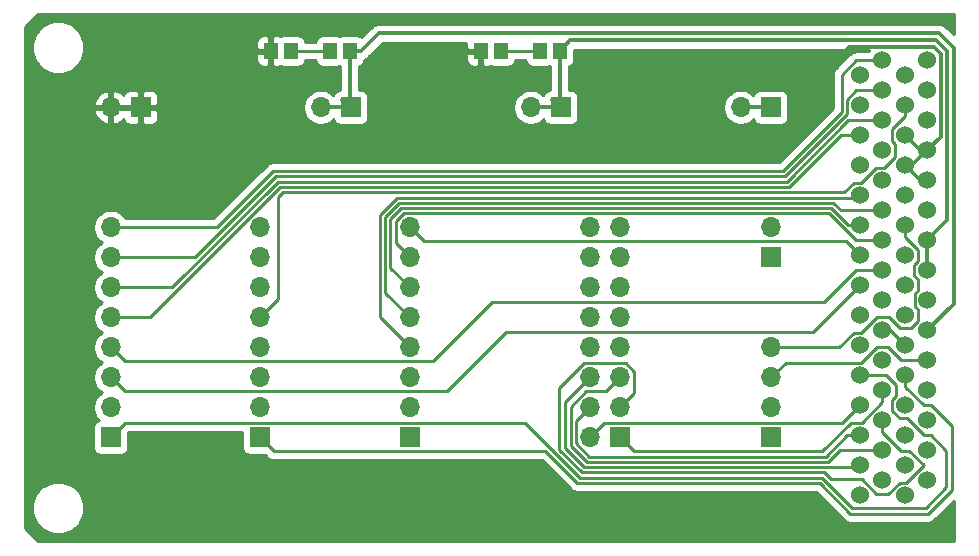
<source format=gtl>
G04 #@! TF.GenerationSoftware,KiCad,Pcbnew,5.1.10-88a1d61d58~88~ubuntu20.10.1*
G04 #@! TF.CreationDate,2021-05-13T17:51:00+02:00*
G04 #@! TF.ProjectId,breakout-board,62726561-6b6f-4757-942d-626f6172642e,1.0*
G04 #@! TF.SameCoordinates,Original*
G04 #@! TF.FileFunction,Copper,L1,Top*
G04 #@! TF.FilePolarity,Positive*
%FSLAX46Y46*%
G04 Gerber Fmt 4.6, Leading zero omitted, Abs format (unit mm)*
G04 Created by KiCad (PCBNEW 5.1.10-88a1d61d58~88~ubuntu20.10.1) date 2021-05-13 17:51:00*
%MOMM*%
%LPD*%
G01*
G04 APERTURE LIST*
G04 #@! TA.AperFunction,SMDPad,CuDef*
%ADD10R,1.150000X1.400000*%
G04 #@! TD*
G04 #@! TA.AperFunction,ComponentPad*
%ADD11O,1.700000X1.700000*%
G04 #@! TD*
G04 #@! TA.AperFunction,ComponentPad*
%ADD12R,1.700000X1.700000*%
G04 #@! TD*
G04 #@! TA.AperFunction,ComponentPad*
%ADD13C,1.524000*%
G04 #@! TD*
G04 #@! TA.AperFunction,Conductor*
%ADD14C,0.250000*%
G04 #@! TD*
G04 #@! TA.AperFunction,Conductor*
%ADD15C,0.350000*%
G04 #@! TD*
G04 #@! TA.AperFunction,Conductor*
%ADD16C,0.254000*%
G04 #@! TD*
G04 #@! TA.AperFunction,Conductor*
%ADD17C,0.150000*%
G04 #@! TD*
G04 APERTURE END LIST*
D10*
X91360000Y-40950000D03*
X89660000Y-40950000D03*
X109140000Y-40950000D03*
X107440000Y-40950000D03*
D11*
X127000000Y-66040000D03*
X127000000Y-68580000D03*
X127000000Y-71120000D03*
D12*
X127000000Y-73660000D03*
X71120000Y-73660000D03*
D11*
X71120000Y-71120000D03*
X71120000Y-68580000D03*
X71120000Y-66040000D03*
X71120000Y-63500000D03*
X71120000Y-60960000D03*
X71120000Y-58420000D03*
X71120000Y-55880000D03*
X83740000Y-55880000D03*
X83740000Y-58420000D03*
X83740000Y-60960000D03*
X83740000Y-63500000D03*
X83740000Y-66040000D03*
X83740000Y-68580000D03*
X83740000Y-71120000D03*
D12*
X83740000Y-73660000D03*
X127000000Y-58420000D03*
D11*
X127000000Y-55880000D03*
D12*
X114220000Y-73660000D03*
D11*
X111680000Y-73660000D03*
X114220000Y-71120000D03*
X111680000Y-71120000D03*
X114220000Y-68580000D03*
X111680000Y-68580000D03*
X114220000Y-66040000D03*
X111680000Y-66040000D03*
X114220000Y-63500000D03*
X111680000Y-63500000D03*
X114220000Y-60960000D03*
X111680000Y-60960000D03*
X114220000Y-58420000D03*
X111680000Y-58420000D03*
X114220000Y-55880000D03*
X111680000Y-55880000D03*
D12*
X96440000Y-73660000D03*
D11*
X96440000Y-71120000D03*
X96440000Y-68580000D03*
X96440000Y-66040000D03*
X96440000Y-63500000D03*
X96440000Y-60960000D03*
X96440000Y-58420000D03*
X96440000Y-55880000D03*
D12*
X127000000Y-45720000D03*
D11*
X124460000Y-45720000D03*
X88900000Y-45720000D03*
D12*
X91440000Y-45720000D03*
D11*
X106680000Y-45720000D03*
D12*
X109220000Y-45720000D03*
X73660000Y-45720000D03*
D11*
X71120000Y-45720000D03*
D13*
X134545000Y-78570000D03*
X136450000Y-77300000D03*
X134545000Y-76030000D03*
X136450000Y-74760000D03*
X134545000Y-73490000D03*
X136450000Y-72220000D03*
X134545000Y-70950000D03*
X136450000Y-69680000D03*
X134545000Y-68410000D03*
X136450000Y-67140000D03*
X134545000Y-65870000D03*
X136450000Y-64600000D03*
X134545000Y-63330000D03*
X136450000Y-62060000D03*
X134545000Y-60790000D03*
X136450000Y-59520000D03*
X134545000Y-58250000D03*
X136450000Y-56980000D03*
X134545000Y-55710000D03*
X136450000Y-54440000D03*
X134545000Y-53170000D03*
X136450000Y-51900000D03*
X134545000Y-50630000D03*
X136450000Y-49360000D03*
X134545000Y-48090000D03*
X136450000Y-46820000D03*
X134545000Y-45550000D03*
X136450000Y-44280000D03*
X134545000Y-43010000D03*
X136450000Y-41740000D03*
X138355000Y-78570000D03*
X140260000Y-77300000D03*
X138355000Y-76030000D03*
X140260000Y-74760000D03*
X138355000Y-73490000D03*
X140260000Y-72220000D03*
X138355000Y-70950000D03*
X140260000Y-69680000D03*
X138355000Y-68410000D03*
X140260000Y-67140000D03*
X138355000Y-65870000D03*
X140260000Y-64600000D03*
X138355000Y-63330000D03*
X140260000Y-62060000D03*
X138355000Y-60790000D03*
X140260000Y-59520000D03*
X138355000Y-58250000D03*
X140260000Y-56980000D03*
X138355000Y-55710000D03*
X140260000Y-54440000D03*
X138355000Y-53170000D03*
X140260000Y-51900000D03*
X138355000Y-50630000D03*
X140260000Y-49360000D03*
X138355000Y-48090000D03*
X140260000Y-46820000D03*
X138355000Y-45550000D03*
X140260000Y-44280000D03*
X138355000Y-43010000D03*
X140260000Y-41740000D03*
D10*
X84660000Y-40950000D03*
X86360000Y-40950000D03*
X104140000Y-40950000D03*
X102440000Y-40950000D03*
D14*
X89660000Y-40950000D02*
X86360000Y-40950000D01*
X107440000Y-40950000D02*
X104140000Y-40950000D01*
D15*
X91360000Y-45107300D02*
X90738000Y-45107300D01*
X91440000Y-45107300D02*
X91360000Y-45107300D01*
X91360000Y-45107300D02*
X91360000Y-42025300D01*
X91360000Y-40950000D02*
X91360000Y-42025300D01*
X91360000Y-40950000D02*
X92310300Y-40950000D01*
X140260000Y-64600000D02*
X142504900Y-62355100D01*
X142504900Y-62355100D02*
X142504900Y-40716600D01*
X142504900Y-40716600D02*
X141249700Y-39461400D01*
X141249700Y-39461400D02*
X93798900Y-39461400D01*
X93798900Y-39461400D02*
X92310300Y-40950000D01*
X91440000Y-45720000D02*
X91440000Y-45107300D01*
X138355000Y-65870000D02*
X137085000Y-64600000D01*
X137085000Y-64600000D02*
X136450000Y-64600000D01*
X88900000Y-45720000D02*
X91440000Y-45720000D01*
X109140000Y-45107300D02*
X108518000Y-45107300D01*
X109220000Y-45107300D02*
X109140000Y-45107300D01*
X109140000Y-45107300D02*
X109140000Y-42025300D01*
X109140000Y-40950000D02*
X109140000Y-42025300D01*
X109220000Y-45720000D02*
X109220000Y-45107300D01*
X106680000Y-45720000D02*
X109220000Y-45720000D01*
X110037012Y-40052988D02*
X141033583Y-40052988D01*
X109140000Y-40950000D02*
X110037012Y-40052988D01*
X141033583Y-40052988D02*
X141953000Y-40972405D01*
X141953000Y-40972405D02*
X141953000Y-55287000D01*
X141953000Y-55287000D02*
X140260000Y-56980000D01*
X140260000Y-56980000D02*
X140260000Y-59520000D01*
X139625000Y-51900000D02*
X138355000Y-50630000D01*
X140260000Y-51900000D02*
X139625000Y-51900000D01*
X138990000Y-50630000D02*
X140260000Y-49360000D01*
X138355000Y-50630000D02*
X138990000Y-50630000D01*
X139625000Y-49360000D02*
X138355000Y-48090000D01*
X140260000Y-49360000D02*
X139625000Y-49360000D01*
X104160000Y-48940000D02*
X102440000Y-47220000D01*
X113160000Y-48940000D02*
X104160000Y-48940000D01*
X131060000Y-43140000D02*
X118960000Y-43140000D01*
X118960000Y-43140000D02*
X113160000Y-48940000D01*
X140805761Y-40602999D02*
X133597001Y-40602999D01*
X102440000Y-47220000D02*
X102440000Y-40950000D01*
X141397001Y-41194239D02*
X140805761Y-40602999D01*
X141397001Y-48222999D02*
X141397001Y-41194239D01*
X133597001Y-40602999D02*
X131060000Y-43140000D01*
X140260000Y-49360000D02*
X141397001Y-48222999D01*
X124460000Y-45720000D02*
X127000000Y-45720000D01*
D14*
X138355000Y-56662500D02*
X138355000Y-55710000D01*
X139489600Y-57797100D02*
X138355000Y-56662500D01*
X139489600Y-58702900D02*
X139489600Y-57797100D01*
X139093400Y-59099100D02*
X139489600Y-58702900D01*
X139093400Y-59940900D02*
X139093400Y-59099100D01*
X139488500Y-60336000D02*
X139093400Y-59940900D01*
X127000000Y-66040000D02*
X132766238Y-66040000D01*
X134679401Y-64782999D02*
X135972800Y-63489600D01*
X139172700Y-61510200D02*
X139488500Y-61194400D01*
X132766238Y-66040000D02*
X134023239Y-64782999D01*
X134023239Y-64782999D02*
X134679401Y-64782999D01*
X139452100Y-62839600D02*
X139172700Y-62560200D01*
X138855400Y-64440600D02*
X139452100Y-63843900D01*
X135972800Y-63489600D02*
X136976900Y-63489600D01*
X136976900Y-63489600D02*
X137927900Y-64440600D01*
X137927900Y-64440600D02*
X138855400Y-64440600D01*
X139452100Y-63843900D02*
X139452100Y-62839600D01*
X139172700Y-62560200D02*
X139172700Y-61510200D01*
X139488500Y-61194400D02*
X139488500Y-60336000D01*
X136933200Y-66035800D02*
X138037400Y-67140000D01*
X135966600Y-66035800D02*
X136933200Y-66035800D01*
X134679401Y-67322999D02*
X135966600Y-66035800D01*
X138037400Y-67140000D02*
X140260000Y-67140000D01*
X128257001Y-67322999D02*
X134679401Y-67322999D01*
X127000000Y-68580000D02*
X128257001Y-67322999D01*
X139942400Y-73490000D02*
X140529700Y-73490000D01*
X141868600Y-74828900D02*
X141868600Y-77904300D01*
X140105900Y-79667000D02*
X133903410Y-79667000D01*
X134545000Y-68410000D02*
X136767500Y-68410000D01*
X131321467Y-77085056D02*
X110821466Y-77085056D01*
X110821466Y-77085056D02*
X106221110Y-72484700D01*
X106221110Y-72484700D02*
X72295300Y-72484700D01*
X138513000Y-72060600D02*
X139942400Y-73490000D01*
X133903410Y-79667000D02*
X131321467Y-77085056D01*
X72295300Y-72484700D02*
X71120000Y-73660000D01*
X140529700Y-73490000D02*
X141868600Y-74828900D01*
X137581100Y-69223600D02*
X137581100Y-70136400D01*
X137927800Y-72060600D02*
X138513000Y-72060600D01*
X137256800Y-70460700D02*
X137256800Y-71389600D01*
X137581100Y-70136400D02*
X137256800Y-70460700D01*
X136767500Y-68410000D02*
X137581100Y-69223600D01*
X141868600Y-77904300D02*
X140105900Y-79667000D01*
X137256800Y-71389600D02*
X137927800Y-72060600D01*
X99627000Y-69755300D02*
X104612300Y-64770000D01*
X71120000Y-68580000D02*
X72295300Y-69755300D01*
X104612300Y-64770000D02*
X130565000Y-64770000D01*
X130565000Y-64770000D02*
X134545000Y-60790000D01*
X72295300Y-69755300D02*
X99627000Y-69755300D01*
X72295300Y-67215300D02*
X71120000Y-66040000D01*
X103428600Y-62230000D02*
X98443300Y-67215300D01*
X131496238Y-62230000D02*
X103428600Y-62230000D01*
X98443300Y-67215300D02*
X72295300Y-67215300D01*
X134206238Y-59520000D02*
X131496238Y-62230000D01*
X136450000Y-59520000D02*
X134206238Y-59520000D01*
X128554289Y-52454944D02*
X85454288Y-52454944D01*
X74409232Y-63500000D02*
X71120000Y-63500000D01*
X85454288Y-52454944D02*
X74409232Y-63500000D01*
X132919233Y-48090000D02*
X128554289Y-52454944D01*
X134545000Y-48090000D02*
X132919233Y-48090000D01*
X76312821Y-60960000D02*
X71120000Y-60960000D01*
X85267888Y-52004933D02*
X76312821Y-60960000D01*
X133552822Y-46820000D02*
X128367889Y-52004933D01*
X128367889Y-52004933D02*
X85267888Y-52004933D01*
X136450000Y-46820000D02*
X133552822Y-46820000D01*
X133457999Y-45078412D02*
X134256411Y-44280000D01*
X128181489Y-51554922D02*
X133457999Y-46278412D01*
X134256411Y-44280000D02*
X136450000Y-44280000D01*
X133457999Y-46278412D02*
X133457999Y-45078412D01*
X78216410Y-58420000D02*
X85081488Y-51554922D01*
X85081488Y-51554922D02*
X128181489Y-51554922D01*
X71120000Y-58420000D02*
X78216410Y-58420000D01*
X84895088Y-51104911D02*
X127995089Y-51104911D01*
X71120000Y-55880000D02*
X80120000Y-55880000D01*
X80120000Y-55880000D02*
X84895088Y-51104911D01*
X127995089Y-51104911D02*
X133007988Y-46092012D01*
X133007988Y-42938250D02*
X133007988Y-46092012D01*
X134206238Y-41740000D02*
X133007988Y-42938250D01*
X136450000Y-41740000D02*
X134206238Y-41740000D01*
X83740000Y-63500000D02*
X85260000Y-61980000D01*
X85260000Y-61980000D02*
X85260000Y-53340000D01*
X136605763Y-50812999D02*
X137537001Y-49881761D01*
X135928239Y-50812999D02*
X136605763Y-50812999D01*
X85260000Y-53340000D02*
X85695045Y-52904955D01*
X137267999Y-48569237D02*
X137267999Y-47568239D01*
X85695045Y-52904955D02*
X133195045Y-52904955D01*
X133195045Y-52904955D02*
X134017001Y-52082999D01*
X137267999Y-47568239D02*
X138355000Y-46481238D01*
X134017001Y-52082999D02*
X134658239Y-52082999D01*
X134658239Y-52082999D02*
X135928239Y-50812999D01*
X137537001Y-49881761D02*
X137537001Y-48838239D01*
X138355000Y-46481238D02*
X138355000Y-45550000D01*
X137537001Y-48838239D02*
X137267999Y-48569237D01*
X107900000Y-74800000D02*
X107864999Y-74835001D01*
X131135067Y-77535067D02*
X110635065Y-77535065D01*
X133732100Y-80132100D02*
X131135067Y-77535067D01*
X140277700Y-80132100D02*
X133732100Y-80132100D01*
X107864999Y-74835001D02*
X84915001Y-74835001D01*
X142319100Y-78090700D02*
X140277700Y-80132100D01*
X142319100Y-72711900D02*
X142319100Y-78090700D01*
X140557200Y-70950000D02*
X142319100Y-72711900D01*
X84915001Y-74835001D02*
X83740000Y-73660000D01*
X139942500Y-70950000D02*
X140557200Y-70950000D01*
X110635065Y-77535065D02*
X107900000Y-74800000D01*
X138355000Y-69362500D02*
X139942500Y-70950000D01*
X138355000Y-68410000D02*
X138355000Y-69362500D01*
X131365021Y-74835001D02*
X115395001Y-74835001D01*
X136450000Y-70653762D02*
X134700763Y-72402999D01*
X115395001Y-74835001D02*
X114220000Y-73660000D01*
X133797023Y-72402999D02*
X131365021Y-74835001D01*
X134700763Y-72402999D02*
X133797023Y-72402999D01*
X136450000Y-69680000D02*
X136450000Y-70653762D01*
X134545000Y-70950000D02*
X133010001Y-72484999D01*
X112855001Y-72484999D02*
X111680000Y-73660000D01*
X133010001Y-72484999D02*
X112855001Y-72484999D01*
X115395300Y-69944700D02*
X114220000Y-71120000D01*
X138489700Y-77482700D02*
X137904600Y-77482700D01*
X136450000Y-72220000D02*
X136450000Y-73172500D01*
X111187100Y-67399900D02*
X114703700Y-67399900D01*
X138698300Y-74785900D02*
X139942400Y-76030000D01*
X111007865Y-76635045D02*
X109096200Y-74723380D01*
X109096200Y-69490800D02*
X111187100Y-67399900D01*
X138063400Y-74785900D02*
X138698300Y-74785900D01*
X109096200Y-74723380D02*
X109096200Y-69490800D01*
X137904600Y-77482700D02*
X136955800Y-78431500D01*
X136955800Y-78431500D02*
X135944400Y-78431500D01*
X131507867Y-76635045D02*
X111007865Y-76635045D01*
X132072800Y-77199978D02*
X131507867Y-76635045D01*
X136450000Y-73172500D02*
X138063400Y-74785900D01*
X134712878Y-77199978D02*
X132072800Y-77199978D01*
X135944400Y-78431500D02*
X134712878Y-77199978D01*
X114703700Y-67399900D02*
X115395300Y-68091500D01*
X139942400Y-76030000D02*
X138489700Y-77482700D01*
X115395300Y-68091500D02*
X115395300Y-69944700D01*
X110504700Y-72295300D02*
X111680000Y-71120000D01*
X134545000Y-73490000D02*
X133467370Y-73490000D01*
X110504700Y-74165600D02*
X110504700Y-72295300D01*
X133467370Y-73490000D02*
X131672358Y-75285012D01*
X111624112Y-75285012D02*
X110504700Y-74165600D01*
X131672358Y-75285012D02*
X111624112Y-75285012D01*
X131880667Y-75735023D02*
X111417023Y-75735023D01*
X132855690Y-74760000D02*
X131880667Y-75735023D01*
X110049900Y-71083700D02*
X111378300Y-69755300D01*
X111417023Y-75735023D02*
X110049900Y-74367900D01*
X111378300Y-69755300D02*
X113044700Y-69755300D01*
X113044700Y-69755300D02*
X114220000Y-68580000D01*
X110049900Y-74367900D02*
X110049900Y-71083700D01*
X136450000Y-74760000D02*
X132855690Y-74760000D01*
X111194264Y-76185034D02*
X109599500Y-74590270D01*
X109599500Y-74590270D02*
X109599500Y-70660500D01*
X134545000Y-76030000D02*
X134389966Y-76185034D01*
X109599500Y-70660500D02*
X111680000Y-68580000D01*
X134389966Y-76185034D02*
X111194264Y-76185034D01*
X95354034Y-53354966D02*
X93900000Y-54809000D01*
X93900000Y-63500000D02*
X96440000Y-66040000D01*
X134360034Y-53354966D02*
X95354034Y-53354966D01*
X93900000Y-54809000D02*
X93900000Y-63500000D01*
X134545000Y-53170000D02*
X134360034Y-53354966D01*
X94350300Y-54995600D02*
X94350300Y-61410300D01*
X95540923Y-53804977D02*
X94350300Y-54995600D01*
X136450000Y-54440000D02*
X132939059Y-54440000D01*
X132939059Y-54440000D02*
X132304037Y-53804977D01*
X132304037Y-53804977D02*
X95540923Y-53804977D01*
X94350300Y-61410300D02*
X96440000Y-63500000D01*
X94800600Y-55182200D02*
X94800600Y-59320600D01*
X94800600Y-59320600D02*
X96440000Y-60960000D01*
X134545000Y-55710000D02*
X133572649Y-55710000D01*
X95727812Y-54254988D02*
X94800600Y-55182200D01*
X132117637Y-54254988D02*
X95727812Y-54254988D01*
X133572649Y-55710000D02*
X132117637Y-54254988D01*
X95250900Y-55368800D02*
X95250900Y-57230900D01*
X95914701Y-54704999D02*
X95250900Y-55368800D01*
X131931237Y-54704999D02*
X95914701Y-54704999D01*
X134206238Y-56980000D02*
X131931237Y-54704999D01*
X136450000Y-56980000D02*
X134206238Y-56980000D01*
X95250900Y-57230900D02*
X96440000Y-58420000D01*
X97615300Y-57055300D02*
X96440000Y-55880000D01*
X133350300Y-57055300D02*
X97615300Y-57055300D01*
X134545000Y-58250000D02*
X133350300Y-57055300D01*
D16*
X142475000Y-39541188D02*
X141850599Y-38916787D01*
X141825228Y-38885872D01*
X141701889Y-38784651D01*
X141561173Y-38709437D01*
X141408488Y-38663120D01*
X141289491Y-38651400D01*
X141289488Y-38651400D01*
X141249700Y-38647481D01*
X141209912Y-38651400D01*
X93838687Y-38651400D01*
X93798899Y-38647481D01*
X93759111Y-38651400D01*
X93759109Y-38651400D01*
X93640112Y-38663120D01*
X93487427Y-38709437D01*
X93421924Y-38744449D01*
X93346710Y-38784651D01*
X93291110Y-38830281D01*
X93223372Y-38885872D01*
X93198005Y-38916782D01*
X92347621Y-39767167D01*
X92289494Y-39719463D01*
X92179180Y-39660498D01*
X92059482Y-39624188D01*
X91935000Y-39611928D01*
X90785000Y-39611928D01*
X90660518Y-39624188D01*
X90540820Y-39660498D01*
X90510000Y-39676972D01*
X90479180Y-39660498D01*
X90359482Y-39624188D01*
X90235000Y-39611928D01*
X89085000Y-39611928D01*
X88960518Y-39624188D01*
X88840820Y-39660498D01*
X88730506Y-39719463D01*
X88633815Y-39798815D01*
X88554463Y-39895506D01*
X88495498Y-40005820D01*
X88459188Y-40125518D01*
X88452837Y-40190000D01*
X87567163Y-40190000D01*
X87560812Y-40125518D01*
X87524502Y-40005820D01*
X87465537Y-39895506D01*
X87386185Y-39798815D01*
X87289494Y-39719463D01*
X87179180Y-39660498D01*
X87059482Y-39624188D01*
X86935000Y-39611928D01*
X85785000Y-39611928D01*
X85660518Y-39624188D01*
X85540820Y-39660498D01*
X85510000Y-39676972D01*
X85479180Y-39660498D01*
X85359482Y-39624188D01*
X85235000Y-39611928D01*
X84945750Y-39615000D01*
X84787000Y-39773750D01*
X84787000Y-40823000D01*
X84807000Y-40823000D01*
X84807000Y-41077000D01*
X84787000Y-41077000D01*
X84787000Y-42126250D01*
X84945750Y-42285000D01*
X85235000Y-42288072D01*
X85359482Y-42275812D01*
X85479180Y-42239502D01*
X85510000Y-42223028D01*
X85540820Y-42239502D01*
X85660518Y-42275812D01*
X85785000Y-42288072D01*
X86935000Y-42288072D01*
X87059482Y-42275812D01*
X87179180Y-42239502D01*
X87289494Y-42180537D01*
X87386185Y-42101185D01*
X87465537Y-42004494D01*
X87524502Y-41894180D01*
X87560812Y-41774482D01*
X87567163Y-41710000D01*
X88452837Y-41710000D01*
X88459188Y-41774482D01*
X88495498Y-41894180D01*
X88554463Y-42004494D01*
X88633815Y-42101185D01*
X88730506Y-42180537D01*
X88840820Y-42239502D01*
X88960518Y-42275812D01*
X89085000Y-42288072D01*
X90235000Y-42288072D01*
X90359482Y-42275812D01*
X90479180Y-42239502D01*
X90510000Y-42223028D01*
X90540820Y-42239502D01*
X90550001Y-42242287D01*
X90550000Y-44235867D01*
X90465518Y-44244188D01*
X90345820Y-44280498D01*
X90235506Y-44339463D01*
X90138815Y-44418815D01*
X90059463Y-44515506D01*
X90000498Y-44625820D01*
X89978487Y-44698380D01*
X89846632Y-44566525D01*
X89603411Y-44404010D01*
X89333158Y-44292068D01*
X89046260Y-44235000D01*
X88753740Y-44235000D01*
X88466842Y-44292068D01*
X88196589Y-44404010D01*
X87953368Y-44566525D01*
X87746525Y-44773368D01*
X87584010Y-45016589D01*
X87472068Y-45286842D01*
X87415000Y-45573740D01*
X87415000Y-45866260D01*
X87472068Y-46153158D01*
X87584010Y-46423411D01*
X87746525Y-46666632D01*
X87953368Y-46873475D01*
X88196589Y-47035990D01*
X88466842Y-47147932D01*
X88753740Y-47205000D01*
X89046260Y-47205000D01*
X89333158Y-47147932D01*
X89603411Y-47035990D01*
X89846632Y-46873475D01*
X89978487Y-46741620D01*
X90000498Y-46814180D01*
X90059463Y-46924494D01*
X90138815Y-47021185D01*
X90235506Y-47100537D01*
X90345820Y-47159502D01*
X90465518Y-47195812D01*
X90590000Y-47208072D01*
X92290000Y-47208072D01*
X92414482Y-47195812D01*
X92534180Y-47159502D01*
X92644494Y-47100537D01*
X92741185Y-47021185D01*
X92820537Y-46924494D01*
X92879502Y-46814180D01*
X92915812Y-46694482D01*
X92928072Y-46570000D01*
X92928072Y-44870000D01*
X92915812Y-44745518D01*
X92879502Y-44625820D01*
X92820537Y-44515506D01*
X92741185Y-44418815D01*
X92644494Y-44339463D01*
X92534180Y-44280498D01*
X92414482Y-44244188D01*
X92290000Y-44231928D01*
X92170000Y-44231928D01*
X92170000Y-42242287D01*
X92179180Y-42239502D01*
X92289494Y-42180537D01*
X92386185Y-42101185D01*
X92465537Y-42004494D01*
X92524502Y-41894180D01*
X92560812Y-41774482D01*
X92566297Y-41718792D01*
X92621773Y-41701963D01*
X92718989Y-41650000D01*
X101226928Y-41650000D01*
X101239188Y-41774482D01*
X101275498Y-41894180D01*
X101334463Y-42004494D01*
X101413815Y-42101185D01*
X101510506Y-42180537D01*
X101620820Y-42239502D01*
X101740518Y-42275812D01*
X101865000Y-42288072D01*
X102154250Y-42285000D01*
X102313000Y-42126250D01*
X102313000Y-41077000D01*
X101388750Y-41077000D01*
X101230000Y-41235750D01*
X101226928Y-41650000D01*
X92718989Y-41650000D01*
X92762489Y-41626749D01*
X92885828Y-41525528D01*
X92911199Y-41494613D01*
X94134413Y-40271400D01*
X101227087Y-40271400D01*
X101230000Y-40664250D01*
X101388750Y-40823000D01*
X102313000Y-40823000D01*
X102313000Y-40803000D01*
X102567000Y-40803000D01*
X102567000Y-40823000D01*
X102587000Y-40823000D01*
X102587000Y-41077000D01*
X102567000Y-41077000D01*
X102567000Y-42126250D01*
X102725750Y-42285000D01*
X103015000Y-42288072D01*
X103139482Y-42275812D01*
X103259180Y-42239502D01*
X103290000Y-42223028D01*
X103320820Y-42239502D01*
X103440518Y-42275812D01*
X103565000Y-42288072D01*
X104715000Y-42288072D01*
X104839482Y-42275812D01*
X104959180Y-42239502D01*
X105069494Y-42180537D01*
X105166185Y-42101185D01*
X105245537Y-42004494D01*
X105304502Y-41894180D01*
X105340812Y-41774482D01*
X105347163Y-41710000D01*
X106232837Y-41710000D01*
X106239188Y-41774482D01*
X106275498Y-41894180D01*
X106334463Y-42004494D01*
X106413815Y-42101185D01*
X106510506Y-42180537D01*
X106620820Y-42239502D01*
X106740518Y-42275812D01*
X106865000Y-42288072D01*
X108015000Y-42288072D01*
X108139482Y-42275812D01*
X108259180Y-42239502D01*
X108290000Y-42223028D01*
X108320820Y-42239502D01*
X108330001Y-42242287D01*
X108330000Y-44235867D01*
X108245518Y-44244188D01*
X108125820Y-44280498D01*
X108015506Y-44339463D01*
X107918815Y-44418815D01*
X107839463Y-44515506D01*
X107780498Y-44625820D01*
X107758487Y-44698380D01*
X107626632Y-44566525D01*
X107383411Y-44404010D01*
X107113158Y-44292068D01*
X106826260Y-44235000D01*
X106533740Y-44235000D01*
X106246842Y-44292068D01*
X105976589Y-44404010D01*
X105733368Y-44566525D01*
X105526525Y-44773368D01*
X105364010Y-45016589D01*
X105252068Y-45286842D01*
X105195000Y-45573740D01*
X105195000Y-45866260D01*
X105252068Y-46153158D01*
X105364010Y-46423411D01*
X105526525Y-46666632D01*
X105733368Y-46873475D01*
X105976589Y-47035990D01*
X106246842Y-47147932D01*
X106533740Y-47205000D01*
X106826260Y-47205000D01*
X107113158Y-47147932D01*
X107383411Y-47035990D01*
X107626632Y-46873475D01*
X107758487Y-46741620D01*
X107780498Y-46814180D01*
X107839463Y-46924494D01*
X107918815Y-47021185D01*
X108015506Y-47100537D01*
X108125820Y-47159502D01*
X108245518Y-47195812D01*
X108370000Y-47208072D01*
X110070000Y-47208072D01*
X110194482Y-47195812D01*
X110314180Y-47159502D01*
X110424494Y-47100537D01*
X110521185Y-47021185D01*
X110600537Y-46924494D01*
X110659502Y-46814180D01*
X110695812Y-46694482D01*
X110708072Y-46570000D01*
X110708072Y-45573740D01*
X122975000Y-45573740D01*
X122975000Y-45866260D01*
X123032068Y-46153158D01*
X123144010Y-46423411D01*
X123306525Y-46666632D01*
X123513368Y-46873475D01*
X123756589Y-47035990D01*
X124026842Y-47147932D01*
X124313740Y-47205000D01*
X124606260Y-47205000D01*
X124893158Y-47147932D01*
X125163411Y-47035990D01*
X125406632Y-46873475D01*
X125538487Y-46741620D01*
X125560498Y-46814180D01*
X125619463Y-46924494D01*
X125698815Y-47021185D01*
X125795506Y-47100537D01*
X125905820Y-47159502D01*
X126025518Y-47195812D01*
X126150000Y-47208072D01*
X127850000Y-47208072D01*
X127974482Y-47195812D01*
X128094180Y-47159502D01*
X128204494Y-47100537D01*
X128301185Y-47021185D01*
X128380537Y-46924494D01*
X128439502Y-46814180D01*
X128475812Y-46694482D01*
X128488072Y-46570000D01*
X128488072Y-44870000D01*
X128475812Y-44745518D01*
X128439502Y-44625820D01*
X128380537Y-44515506D01*
X128301185Y-44418815D01*
X128204494Y-44339463D01*
X128094180Y-44280498D01*
X127974482Y-44244188D01*
X127850000Y-44231928D01*
X126150000Y-44231928D01*
X126025518Y-44244188D01*
X125905820Y-44280498D01*
X125795506Y-44339463D01*
X125698815Y-44418815D01*
X125619463Y-44515506D01*
X125560498Y-44625820D01*
X125538487Y-44698380D01*
X125406632Y-44566525D01*
X125163411Y-44404010D01*
X124893158Y-44292068D01*
X124606260Y-44235000D01*
X124313740Y-44235000D01*
X124026842Y-44292068D01*
X123756589Y-44404010D01*
X123513368Y-44566525D01*
X123306525Y-44773368D01*
X123144010Y-45016589D01*
X123032068Y-45286842D01*
X122975000Y-45573740D01*
X110708072Y-45573740D01*
X110708072Y-44870000D01*
X110695812Y-44745518D01*
X110659502Y-44625820D01*
X110600537Y-44515506D01*
X110521185Y-44418815D01*
X110424494Y-44339463D01*
X110314180Y-44280498D01*
X110194482Y-44244188D01*
X110070000Y-44231928D01*
X109950000Y-44231928D01*
X109950000Y-42242287D01*
X109959180Y-42239502D01*
X110069494Y-42180537D01*
X110166185Y-42101185D01*
X110245537Y-42004494D01*
X110304502Y-41894180D01*
X110340812Y-41774482D01*
X110353072Y-41650000D01*
X110353072Y-40882441D01*
X110372525Y-40862988D01*
X135355844Y-40862988D01*
X135277659Y-40980000D01*
X134243560Y-40980000D01*
X134206237Y-40976324D01*
X134168914Y-40980000D01*
X134168905Y-40980000D01*
X134057252Y-40990997D01*
X133913991Y-41034454D01*
X133781962Y-41105026D01*
X133781960Y-41105027D01*
X133781961Y-41105027D01*
X133695234Y-41176201D01*
X133695230Y-41176205D01*
X133666237Y-41199999D01*
X133642443Y-41228992D01*
X132496990Y-42374447D01*
X132467987Y-42398249D01*
X132429172Y-42445546D01*
X132373014Y-42513974D01*
X132326589Y-42600828D01*
X132302442Y-42646004D01*
X132258985Y-42789265D01*
X132247988Y-42900918D01*
X132247988Y-42900928D01*
X132244312Y-42938250D01*
X132247988Y-42975573D01*
X132247989Y-45777209D01*
X127680288Y-50344911D01*
X84932410Y-50344911D01*
X84895087Y-50341235D01*
X84857764Y-50344911D01*
X84857755Y-50344911D01*
X84746102Y-50355908D01*
X84624599Y-50392765D01*
X84602841Y-50399365D01*
X84470811Y-50469937D01*
X84408892Y-50520753D01*
X84355087Y-50564910D01*
X84331289Y-50593908D01*
X79805199Y-55120000D01*
X72398178Y-55120000D01*
X72273475Y-54933368D01*
X72066632Y-54726525D01*
X71823411Y-54564010D01*
X71553158Y-54452068D01*
X71266260Y-54395000D01*
X70973740Y-54395000D01*
X70686842Y-54452068D01*
X70416589Y-54564010D01*
X70173368Y-54726525D01*
X69966525Y-54933368D01*
X69804010Y-55176589D01*
X69692068Y-55446842D01*
X69635000Y-55733740D01*
X69635000Y-56026260D01*
X69692068Y-56313158D01*
X69804010Y-56583411D01*
X69966525Y-56826632D01*
X70173368Y-57033475D01*
X70347760Y-57150000D01*
X70173368Y-57266525D01*
X69966525Y-57473368D01*
X69804010Y-57716589D01*
X69692068Y-57986842D01*
X69635000Y-58273740D01*
X69635000Y-58566260D01*
X69692068Y-58853158D01*
X69804010Y-59123411D01*
X69966525Y-59366632D01*
X70173368Y-59573475D01*
X70347760Y-59690000D01*
X70173368Y-59806525D01*
X69966525Y-60013368D01*
X69804010Y-60256589D01*
X69692068Y-60526842D01*
X69635000Y-60813740D01*
X69635000Y-61106260D01*
X69692068Y-61393158D01*
X69804010Y-61663411D01*
X69966525Y-61906632D01*
X70173368Y-62113475D01*
X70347760Y-62230000D01*
X70173368Y-62346525D01*
X69966525Y-62553368D01*
X69804010Y-62796589D01*
X69692068Y-63066842D01*
X69635000Y-63353740D01*
X69635000Y-63646260D01*
X69692068Y-63933158D01*
X69804010Y-64203411D01*
X69966525Y-64446632D01*
X70173368Y-64653475D01*
X70347760Y-64770000D01*
X70173368Y-64886525D01*
X69966525Y-65093368D01*
X69804010Y-65336589D01*
X69692068Y-65606842D01*
X69635000Y-65893740D01*
X69635000Y-66186260D01*
X69692068Y-66473158D01*
X69804010Y-66743411D01*
X69966525Y-66986632D01*
X70173368Y-67193475D01*
X70347760Y-67310000D01*
X70173368Y-67426525D01*
X69966525Y-67633368D01*
X69804010Y-67876589D01*
X69692068Y-68146842D01*
X69635000Y-68433740D01*
X69635000Y-68726260D01*
X69692068Y-69013158D01*
X69804010Y-69283411D01*
X69966525Y-69526632D01*
X70173368Y-69733475D01*
X70347760Y-69850000D01*
X70173368Y-69966525D01*
X69966525Y-70173368D01*
X69804010Y-70416589D01*
X69692068Y-70686842D01*
X69635000Y-70973740D01*
X69635000Y-71266260D01*
X69692068Y-71553158D01*
X69804010Y-71823411D01*
X69966525Y-72066632D01*
X70098380Y-72198487D01*
X70025820Y-72220498D01*
X69915506Y-72279463D01*
X69818815Y-72358815D01*
X69739463Y-72455506D01*
X69680498Y-72565820D01*
X69644188Y-72685518D01*
X69631928Y-72810000D01*
X69631928Y-74510000D01*
X69644188Y-74634482D01*
X69680498Y-74754180D01*
X69739463Y-74864494D01*
X69818815Y-74961185D01*
X69915506Y-75040537D01*
X70025820Y-75099502D01*
X70145518Y-75135812D01*
X70270000Y-75148072D01*
X71970000Y-75148072D01*
X72094482Y-75135812D01*
X72214180Y-75099502D01*
X72324494Y-75040537D01*
X72421185Y-74961185D01*
X72500537Y-74864494D01*
X72559502Y-74754180D01*
X72595812Y-74634482D01*
X72608072Y-74510000D01*
X72608072Y-73246730D01*
X72610102Y-73244700D01*
X82251928Y-73244700D01*
X82251928Y-74510000D01*
X82264188Y-74634482D01*
X82300498Y-74754180D01*
X82359463Y-74864494D01*
X82438815Y-74961185D01*
X82535506Y-75040537D01*
X82645820Y-75099502D01*
X82765518Y-75135812D01*
X82890000Y-75148072D01*
X84153270Y-75148072D01*
X84351202Y-75346004D01*
X84375000Y-75375002D01*
X84490725Y-75469975D01*
X84622754Y-75540547D01*
X84766015Y-75584004D01*
X84877668Y-75595001D01*
X84877677Y-75595001D01*
X84915000Y-75598677D01*
X84952323Y-75595001D01*
X107620200Y-75595001D01*
X110071270Y-78046072D01*
X110095064Y-78075065D01*
X110124057Y-78098859D01*
X110124062Y-78098864D01*
X110210788Y-78170039D01*
X110342818Y-78240611D01*
X110486079Y-78284067D01*
X110635064Y-78298741D01*
X110672397Y-78295064D01*
X130820266Y-78295067D01*
X133168301Y-80643103D01*
X133192099Y-80672101D01*
X133307824Y-80767074D01*
X133439853Y-80837646D01*
X133583114Y-80881103D01*
X133694767Y-80892100D01*
X133694776Y-80892100D01*
X133732099Y-80895776D01*
X133769422Y-80892100D01*
X140240378Y-80892100D01*
X140277700Y-80895776D01*
X140315022Y-80892100D01*
X140315033Y-80892100D01*
X140426686Y-80881103D01*
X140569947Y-80837646D01*
X140701976Y-80767074D01*
X140817701Y-80672101D01*
X140841504Y-80643097D01*
X142475001Y-79009601D01*
X142475001Y-82455000D01*
X64943736Y-82455000D01*
X63845000Y-81356264D01*
X63845000Y-79419872D01*
X64425000Y-79419872D01*
X64425000Y-79860128D01*
X64510890Y-80291925D01*
X64679369Y-80698669D01*
X64923962Y-81064729D01*
X65235271Y-81376038D01*
X65601331Y-81620631D01*
X66008075Y-81789110D01*
X66439872Y-81875000D01*
X66880128Y-81875000D01*
X67311925Y-81789110D01*
X67718669Y-81620631D01*
X68084729Y-81376038D01*
X68396038Y-81064729D01*
X68640631Y-80698669D01*
X68809110Y-80291925D01*
X68895000Y-79860128D01*
X68895000Y-79419872D01*
X68809110Y-78988075D01*
X68640631Y-78581331D01*
X68396038Y-78215271D01*
X68084729Y-77903962D01*
X67718669Y-77659369D01*
X67311925Y-77490890D01*
X66880128Y-77405000D01*
X66439872Y-77405000D01*
X66008075Y-77490890D01*
X65601331Y-77659369D01*
X65235271Y-77903962D01*
X64923962Y-78215271D01*
X64679369Y-78581331D01*
X64510890Y-78988075D01*
X64425000Y-79419872D01*
X63845000Y-79419872D01*
X63845000Y-46076891D01*
X69678519Y-46076891D01*
X69775843Y-46351252D01*
X69924822Y-46601355D01*
X70119731Y-46817588D01*
X70353080Y-46991641D01*
X70615901Y-47116825D01*
X70763110Y-47161476D01*
X70993000Y-47040155D01*
X70993000Y-45847000D01*
X71247000Y-45847000D01*
X71247000Y-47040155D01*
X71476890Y-47161476D01*
X71624099Y-47116825D01*
X71886920Y-46991641D01*
X72120269Y-46817588D01*
X72196034Y-46733534D01*
X72220498Y-46814180D01*
X72279463Y-46924494D01*
X72358815Y-47021185D01*
X72455506Y-47100537D01*
X72565820Y-47159502D01*
X72685518Y-47195812D01*
X72810000Y-47208072D01*
X73374250Y-47205000D01*
X73533000Y-47046250D01*
X73533000Y-45847000D01*
X73787000Y-45847000D01*
X73787000Y-47046250D01*
X73945750Y-47205000D01*
X74510000Y-47208072D01*
X74634482Y-47195812D01*
X74754180Y-47159502D01*
X74864494Y-47100537D01*
X74961185Y-47021185D01*
X75040537Y-46924494D01*
X75099502Y-46814180D01*
X75135812Y-46694482D01*
X75148072Y-46570000D01*
X75145000Y-46005750D01*
X74986250Y-45847000D01*
X73787000Y-45847000D01*
X73533000Y-45847000D01*
X71247000Y-45847000D01*
X70993000Y-45847000D01*
X69799186Y-45847000D01*
X69678519Y-46076891D01*
X63845000Y-46076891D01*
X63845000Y-45363109D01*
X69678519Y-45363109D01*
X69799186Y-45593000D01*
X70993000Y-45593000D01*
X70993000Y-44399845D01*
X71247000Y-44399845D01*
X71247000Y-45593000D01*
X73533000Y-45593000D01*
X73533000Y-44393750D01*
X73787000Y-44393750D01*
X73787000Y-45593000D01*
X74986250Y-45593000D01*
X75145000Y-45434250D01*
X75148072Y-44870000D01*
X75135812Y-44745518D01*
X75099502Y-44625820D01*
X75040537Y-44515506D01*
X74961185Y-44418815D01*
X74864494Y-44339463D01*
X74754180Y-44280498D01*
X74634482Y-44244188D01*
X74510000Y-44231928D01*
X73945750Y-44235000D01*
X73787000Y-44393750D01*
X73533000Y-44393750D01*
X73374250Y-44235000D01*
X72810000Y-44231928D01*
X72685518Y-44244188D01*
X72565820Y-44280498D01*
X72455506Y-44339463D01*
X72358815Y-44418815D01*
X72279463Y-44515506D01*
X72220498Y-44625820D01*
X72196034Y-44706466D01*
X72120269Y-44622412D01*
X71886920Y-44448359D01*
X71624099Y-44323175D01*
X71476890Y-44278524D01*
X71247000Y-44399845D01*
X70993000Y-44399845D01*
X70763110Y-44278524D01*
X70615901Y-44323175D01*
X70353080Y-44448359D01*
X70119731Y-44622412D01*
X69924822Y-44838645D01*
X69775843Y-45088748D01*
X69678519Y-45363109D01*
X63845000Y-45363109D01*
X63845000Y-40419872D01*
X64425000Y-40419872D01*
X64425000Y-40860128D01*
X64510890Y-41291925D01*
X64679369Y-41698669D01*
X64923962Y-42064729D01*
X65235271Y-42376038D01*
X65601331Y-42620631D01*
X66008075Y-42789110D01*
X66439872Y-42875000D01*
X66880128Y-42875000D01*
X67311925Y-42789110D01*
X67718669Y-42620631D01*
X68084729Y-42376038D01*
X68396038Y-42064729D01*
X68640631Y-41698669D01*
X68660790Y-41650000D01*
X83446928Y-41650000D01*
X83459188Y-41774482D01*
X83495498Y-41894180D01*
X83554463Y-42004494D01*
X83633815Y-42101185D01*
X83730506Y-42180537D01*
X83840820Y-42239502D01*
X83960518Y-42275812D01*
X84085000Y-42288072D01*
X84374250Y-42285000D01*
X84533000Y-42126250D01*
X84533000Y-41077000D01*
X83608750Y-41077000D01*
X83450000Y-41235750D01*
X83446928Y-41650000D01*
X68660790Y-41650000D01*
X68809110Y-41291925D01*
X68895000Y-40860128D01*
X68895000Y-40419872D01*
X68861211Y-40250000D01*
X83446928Y-40250000D01*
X83450000Y-40664250D01*
X83608750Y-40823000D01*
X84533000Y-40823000D01*
X84533000Y-39773750D01*
X84374250Y-39615000D01*
X84085000Y-39611928D01*
X83960518Y-39624188D01*
X83840820Y-39660498D01*
X83730506Y-39719463D01*
X83633815Y-39798815D01*
X83554463Y-39895506D01*
X83495498Y-40005820D01*
X83459188Y-40125518D01*
X83446928Y-40250000D01*
X68861211Y-40250000D01*
X68809110Y-39988075D01*
X68640631Y-39581331D01*
X68396038Y-39215271D01*
X68084729Y-38903962D01*
X67718669Y-38659369D01*
X67311925Y-38490890D01*
X66880128Y-38405000D01*
X66439872Y-38405000D01*
X66008075Y-38490890D01*
X65601331Y-38659369D01*
X65235271Y-38903962D01*
X64923962Y-39215271D01*
X64679369Y-39581331D01*
X64510890Y-39988075D01*
X64425000Y-40419872D01*
X63845000Y-40419872D01*
X63845000Y-38923736D01*
X64943736Y-37825000D01*
X142475000Y-37825000D01*
X142475000Y-39541188D01*
G04 #@! TA.AperFunction,Conductor*
D17*
G36*
X142475000Y-39541188D02*
G01*
X141850599Y-38916787D01*
X141825228Y-38885872D01*
X141701889Y-38784651D01*
X141561173Y-38709437D01*
X141408488Y-38663120D01*
X141289491Y-38651400D01*
X141289488Y-38651400D01*
X141249700Y-38647481D01*
X141209912Y-38651400D01*
X93838687Y-38651400D01*
X93798899Y-38647481D01*
X93759111Y-38651400D01*
X93759109Y-38651400D01*
X93640112Y-38663120D01*
X93487427Y-38709437D01*
X93421924Y-38744449D01*
X93346710Y-38784651D01*
X93291110Y-38830281D01*
X93223372Y-38885872D01*
X93198005Y-38916782D01*
X92347621Y-39767167D01*
X92289494Y-39719463D01*
X92179180Y-39660498D01*
X92059482Y-39624188D01*
X91935000Y-39611928D01*
X90785000Y-39611928D01*
X90660518Y-39624188D01*
X90540820Y-39660498D01*
X90510000Y-39676972D01*
X90479180Y-39660498D01*
X90359482Y-39624188D01*
X90235000Y-39611928D01*
X89085000Y-39611928D01*
X88960518Y-39624188D01*
X88840820Y-39660498D01*
X88730506Y-39719463D01*
X88633815Y-39798815D01*
X88554463Y-39895506D01*
X88495498Y-40005820D01*
X88459188Y-40125518D01*
X88452837Y-40190000D01*
X87567163Y-40190000D01*
X87560812Y-40125518D01*
X87524502Y-40005820D01*
X87465537Y-39895506D01*
X87386185Y-39798815D01*
X87289494Y-39719463D01*
X87179180Y-39660498D01*
X87059482Y-39624188D01*
X86935000Y-39611928D01*
X85785000Y-39611928D01*
X85660518Y-39624188D01*
X85540820Y-39660498D01*
X85510000Y-39676972D01*
X85479180Y-39660498D01*
X85359482Y-39624188D01*
X85235000Y-39611928D01*
X84945750Y-39615000D01*
X84787000Y-39773750D01*
X84787000Y-40823000D01*
X84807000Y-40823000D01*
X84807000Y-41077000D01*
X84787000Y-41077000D01*
X84787000Y-42126250D01*
X84945750Y-42285000D01*
X85235000Y-42288072D01*
X85359482Y-42275812D01*
X85479180Y-42239502D01*
X85510000Y-42223028D01*
X85540820Y-42239502D01*
X85660518Y-42275812D01*
X85785000Y-42288072D01*
X86935000Y-42288072D01*
X87059482Y-42275812D01*
X87179180Y-42239502D01*
X87289494Y-42180537D01*
X87386185Y-42101185D01*
X87465537Y-42004494D01*
X87524502Y-41894180D01*
X87560812Y-41774482D01*
X87567163Y-41710000D01*
X88452837Y-41710000D01*
X88459188Y-41774482D01*
X88495498Y-41894180D01*
X88554463Y-42004494D01*
X88633815Y-42101185D01*
X88730506Y-42180537D01*
X88840820Y-42239502D01*
X88960518Y-42275812D01*
X89085000Y-42288072D01*
X90235000Y-42288072D01*
X90359482Y-42275812D01*
X90479180Y-42239502D01*
X90510000Y-42223028D01*
X90540820Y-42239502D01*
X90550001Y-42242287D01*
X90550000Y-44235867D01*
X90465518Y-44244188D01*
X90345820Y-44280498D01*
X90235506Y-44339463D01*
X90138815Y-44418815D01*
X90059463Y-44515506D01*
X90000498Y-44625820D01*
X89978487Y-44698380D01*
X89846632Y-44566525D01*
X89603411Y-44404010D01*
X89333158Y-44292068D01*
X89046260Y-44235000D01*
X88753740Y-44235000D01*
X88466842Y-44292068D01*
X88196589Y-44404010D01*
X87953368Y-44566525D01*
X87746525Y-44773368D01*
X87584010Y-45016589D01*
X87472068Y-45286842D01*
X87415000Y-45573740D01*
X87415000Y-45866260D01*
X87472068Y-46153158D01*
X87584010Y-46423411D01*
X87746525Y-46666632D01*
X87953368Y-46873475D01*
X88196589Y-47035990D01*
X88466842Y-47147932D01*
X88753740Y-47205000D01*
X89046260Y-47205000D01*
X89333158Y-47147932D01*
X89603411Y-47035990D01*
X89846632Y-46873475D01*
X89978487Y-46741620D01*
X90000498Y-46814180D01*
X90059463Y-46924494D01*
X90138815Y-47021185D01*
X90235506Y-47100537D01*
X90345820Y-47159502D01*
X90465518Y-47195812D01*
X90590000Y-47208072D01*
X92290000Y-47208072D01*
X92414482Y-47195812D01*
X92534180Y-47159502D01*
X92644494Y-47100537D01*
X92741185Y-47021185D01*
X92820537Y-46924494D01*
X92879502Y-46814180D01*
X92915812Y-46694482D01*
X92928072Y-46570000D01*
X92928072Y-44870000D01*
X92915812Y-44745518D01*
X92879502Y-44625820D01*
X92820537Y-44515506D01*
X92741185Y-44418815D01*
X92644494Y-44339463D01*
X92534180Y-44280498D01*
X92414482Y-44244188D01*
X92290000Y-44231928D01*
X92170000Y-44231928D01*
X92170000Y-42242287D01*
X92179180Y-42239502D01*
X92289494Y-42180537D01*
X92386185Y-42101185D01*
X92465537Y-42004494D01*
X92524502Y-41894180D01*
X92560812Y-41774482D01*
X92566297Y-41718792D01*
X92621773Y-41701963D01*
X92718989Y-41650000D01*
X101226928Y-41650000D01*
X101239188Y-41774482D01*
X101275498Y-41894180D01*
X101334463Y-42004494D01*
X101413815Y-42101185D01*
X101510506Y-42180537D01*
X101620820Y-42239502D01*
X101740518Y-42275812D01*
X101865000Y-42288072D01*
X102154250Y-42285000D01*
X102313000Y-42126250D01*
X102313000Y-41077000D01*
X101388750Y-41077000D01*
X101230000Y-41235750D01*
X101226928Y-41650000D01*
X92718989Y-41650000D01*
X92762489Y-41626749D01*
X92885828Y-41525528D01*
X92911199Y-41494613D01*
X94134413Y-40271400D01*
X101227087Y-40271400D01*
X101230000Y-40664250D01*
X101388750Y-40823000D01*
X102313000Y-40823000D01*
X102313000Y-40803000D01*
X102567000Y-40803000D01*
X102567000Y-40823000D01*
X102587000Y-40823000D01*
X102587000Y-41077000D01*
X102567000Y-41077000D01*
X102567000Y-42126250D01*
X102725750Y-42285000D01*
X103015000Y-42288072D01*
X103139482Y-42275812D01*
X103259180Y-42239502D01*
X103290000Y-42223028D01*
X103320820Y-42239502D01*
X103440518Y-42275812D01*
X103565000Y-42288072D01*
X104715000Y-42288072D01*
X104839482Y-42275812D01*
X104959180Y-42239502D01*
X105069494Y-42180537D01*
X105166185Y-42101185D01*
X105245537Y-42004494D01*
X105304502Y-41894180D01*
X105340812Y-41774482D01*
X105347163Y-41710000D01*
X106232837Y-41710000D01*
X106239188Y-41774482D01*
X106275498Y-41894180D01*
X106334463Y-42004494D01*
X106413815Y-42101185D01*
X106510506Y-42180537D01*
X106620820Y-42239502D01*
X106740518Y-42275812D01*
X106865000Y-42288072D01*
X108015000Y-42288072D01*
X108139482Y-42275812D01*
X108259180Y-42239502D01*
X108290000Y-42223028D01*
X108320820Y-42239502D01*
X108330001Y-42242287D01*
X108330000Y-44235867D01*
X108245518Y-44244188D01*
X108125820Y-44280498D01*
X108015506Y-44339463D01*
X107918815Y-44418815D01*
X107839463Y-44515506D01*
X107780498Y-44625820D01*
X107758487Y-44698380D01*
X107626632Y-44566525D01*
X107383411Y-44404010D01*
X107113158Y-44292068D01*
X106826260Y-44235000D01*
X106533740Y-44235000D01*
X106246842Y-44292068D01*
X105976589Y-44404010D01*
X105733368Y-44566525D01*
X105526525Y-44773368D01*
X105364010Y-45016589D01*
X105252068Y-45286842D01*
X105195000Y-45573740D01*
X105195000Y-45866260D01*
X105252068Y-46153158D01*
X105364010Y-46423411D01*
X105526525Y-46666632D01*
X105733368Y-46873475D01*
X105976589Y-47035990D01*
X106246842Y-47147932D01*
X106533740Y-47205000D01*
X106826260Y-47205000D01*
X107113158Y-47147932D01*
X107383411Y-47035990D01*
X107626632Y-46873475D01*
X107758487Y-46741620D01*
X107780498Y-46814180D01*
X107839463Y-46924494D01*
X107918815Y-47021185D01*
X108015506Y-47100537D01*
X108125820Y-47159502D01*
X108245518Y-47195812D01*
X108370000Y-47208072D01*
X110070000Y-47208072D01*
X110194482Y-47195812D01*
X110314180Y-47159502D01*
X110424494Y-47100537D01*
X110521185Y-47021185D01*
X110600537Y-46924494D01*
X110659502Y-46814180D01*
X110695812Y-46694482D01*
X110708072Y-46570000D01*
X110708072Y-45573740D01*
X122975000Y-45573740D01*
X122975000Y-45866260D01*
X123032068Y-46153158D01*
X123144010Y-46423411D01*
X123306525Y-46666632D01*
X123513368Y-46873475D01*
X123756589Y-47035990D01*
X124026842Y-47147932D01*
X124313740Y-47205000D01*
X124606260Y-47205000D01*
X124893158Y-47147932D01*
X125163411Y-47035990D01*
X125406632Y-46873475D01*
X125538487Y-46741620D01*
X125560498Y-46814180D01*
X125619463Y-46924494D01*
X125698815Y-47021185D01*
X125795506Y-47100537D01*
X125905820Y-47159502D01*
X126025518Y-47195812D01*
X126150000Y-47208072D01*
X127850000Y-47208072D01*
X127974482Y-47195812D01*
X128094180Y-47159502D01*
X128204494Y-47100537D01*
X128301185Y-47021185D01*
X128380537Y-46924494D01*
X128439502Y-46814180D01*
X128475812Y-46694482D01*
X128488072Y-46570000D01*
X128488072Y-44870000D01*
X128475812Y-44745518D01*
X128439502Y-44625820D01*
X128380537Y-44515506D01*
X128301185Y-44418815D01*
X128204494Y-44339463D01*
X128094180Y-44280498D01*
X127974482Y-44244188D01*
X127850000Y-44231928D01*
X126150000Y-44231928D01*
X126025518Y-44244188D01*
X125905820Y-44280498D01*
X125795506Y-44339463D01*
X125698815Y-44418815D01*
X125619463Y-44515506D01*
X125560498Y-44625820D01*
X125538487Y-44698380D01*
X125406632Y-44566525D01*
X125163411Y-44404010D01*
X124893158Y-44292068D01*
X124606260Y-44235000D01*
X124313740Y-44235000D01*
X124026842Y-44292068D01*
X123756589Y-44404010D01*
X123513368Y-44566525D01*
X123306525Y-44773368D01*
X123144010Y-45016589D01*
X123032068Y-45286842D01*
X122975000Y-45573740D01*
X110708072Y-45573740D01*
X110708072Y-44870000D01*
X110695812Y-44745518D01*
X110659502Y-44625820D01*
X110600537Y-44515506D01*
X110521185Y-44418815D01*
X110424494Y-44339463D01*
X110314180Y-44280498D01*
X110194482Y-44244188D01*
X110070000Y-44231928D01*
X109950000Y-44231928D01*
X109950000Y-42242287D01*
X109959180Y-42239502D01*
X110069494Y-42180537D01*
X110166185Y-42101185D01*
X110245537Y-42004494D01*
X110304502Y-41894180D01*
X110340812Y-41774482D01*
X110353072Y-41650000D01*
X110353072Y-40882441D01*
X110372525Y-40862988D01*
X135355844Y-40862988D01*
X135277659Y-40980000D01*
X134243560Y-40980000D01*
X134206237Y-40976324D01*
X134168914Y-40980000D01*
X134168905Y-40980000D01*
X134057252Y-40990997D01*
X133913991Y-41034454D01*
X133781962Y-41105026D01*
X133781960Y-41105027D01*
X133781961Y-41105027D01*
X133695234Y-41176201D01*
X133695230Y-41176205D01*
X133666237Y-41199999D01*
X133642443Y-41228992D01*
X132496990Y-42374447D01*
X132467987Y-42398249D01*
X132429172Y-42445546D01*
X132373014Y-42513974D01*
X132326589Y-42600828D01*
X132302442Y-42646004D01*
X132258985Y-42789265D01*
X132247988Y-42900918D01*
X132247988Y-42900928D01*
X132244312Y-42938250D01*
X132247988Y-42975573D01*
X132247989Y-45777209D01*
X127680288Y-50344911D01*
X84932410Y-50344911D01*
X84895087Y-50341235D01*
X84857764Y-50344911D01*
X84857755Y-50344911D01*
X84746102Y-50355908D01*
X84624599Y-50392765D01*
X84602841Y-50399365D01*
X84470811Y-50469937D01*
X84408892Y-50520753D01*
X84355087Y-50564910D01*
X84331289Y-50593908D01*
X79805199Y-55120000D01*
X72398178Y-55120000D01*
X72273475Y-54933368D01*
X72066632Y-54726525D01*
X71823411Y-54564010D01*
X71553158Y-54452068D01*
X71266260Y-54395000D01*
X70973740Y-54395000D01*
X70686842Y-54452068D01*
X70416589Y-54564010D01*
X70173368Y-54726525D01*
X69966525Y-54933368D01*
X69804010Y-55176589D01*
X69692068Y-55446842D01*
X69635000Y-55733740D01*
X69635000Y-56026260D01*
X69692068Y-56313158D01*
X69804010Y-56583411D01*
X69966525Y-56826632D01*
X70173368Y-57033475D01*
X70347760Y-57150000D01*
X70173368Y-57266525D01*
X69966525Y-57473368D01*
X69804010Y-57716589D01*
X69692068Y-57986842D01*
X69635000Y-58273740D01*
X69635000Y-58566260D01*
X69692068Y-58853158D01*
X69804010Y-59123411D01*
X69966525Y-59366632D01*
X70173368Y-59573475D01*
X70347760Y-59690000D01*
X70173368Y-59806525D01*
X69966525Y-60013368D01*
X69804010Y-60256589D01*
X69692068Y-60526842D01*
X69635000Y-60813740D01*
X69635000Y-61106260D01*
X69692068Y-61393158D01*
X69804010Y-61663411D01*
X69966525Y-61906632D01*
X70173368Y-62113475D01*
X70347760Y-62230000D01*
X70173368Y-62346525D01*
X69966525Y-62553368D01*
X69804010Y-62796589D01*
X69692068Y-63066842D01*
X69635000Y-63353740D01*
X69635000Y-63646260D01*
X69692068Y-63933158D01*
X69804010Y-64203411D01*
X69966525Y-64446632D01*
X70173368Y-64653475D01*
X70347760Y-64770000D01*
X70173368Y-64886525D01*
X69966525Y-65093368D01*
X69804010Y-65336589D01*
X69692068Y-65606842D01*
X69635000Y-65893740D01*
X69635000Y-66186260D01*
X69692068Y-66473158D01*
X69804010Y-66743411D01*
X69966525Y-66986632D01*
X70173368Y-67193475D01*
X70347760Y-67310000D01*
X70173368Y-67426525D01*
X69966525Y-67633368D01*
X69804010Y-67876589D01*
X69692068Y-68146842D01*
X69635000Y-68433740D01*
X69635000Y-68726260D01*
X69692068Y-69013158D01*
X69804010Y-69283411D01*
X69966525Y-69526632D01*
X70173368Y-69733475D01*
X70347760Y-69850000D01*
X70173368Y-69966525D01*
X69966525Y-70173368D01*
X69804010Y-70416589D01*
X69692068Y-70686842D01*
X69635000Y-70973740D01*
X69635000Y-71266260D01*
X69692068Y-71553158D01*
X69804010Y-71823411D01*
X69966525Y-72066632D01*
X70098380Y-72198487D01*
X70025820Y-72220498D01*
X69915506Y-72279463D01*
X69818815Y-72358815D01*
X69739463Y-72455506D01*
X69680498Y-72565820D01*
X69644188Y-72685518D01*
X69631928Y-72810000D01*
X69631928Y-74510000D01*
X69644188Y-74634482D01*
X69680498Y-74754180D01*
X69739463Y-74864494D01*
X69818815Y-74961185D01*
X69915506Y-75040537D01*
X70025820Y-75099502D01*
X70145518Y-75135812D01*
X70270000Y-75148072D01*
X71970000Y-75148072D01*
X72094482Y-75135812D01*
X72214180Y-75099502D01*
X72324494Y-75040537D01*
X72421185Y-74961185D01*
X72500537Y-74864494D01*
X72559502Y-74754180D01*
X72595812Y-74634482D01*
X72608072Y-74510000D01*
X72608072Y-73246730D01*
X72610102Y-73244700D01*
X82251928Y-73244700D01*
X82251928Y-74510000D01*
X82264188Y-74634482D01*
X82300498Y-74754180D01*
X82359463Y-74864494D01*
X82438815Y-74961185D01*
X82535506Y-75040537D01*
X82645820Y-75099502D01*
X82765518Y-75135812D01*
X82890000Y-75148072D01*
X84153270Y-75148072D01*
X84351202Y-75346004D01*
X84375000Y-75375002D01*
X84490725Y-75469975D01*
X84622754Y-75540547D01*
X84766015Y-75584004D01*
X84877668Y-75595001D01*
X84877677Y-75595001D01*
X84915000Y-75598677D01*
X84952323Y-75595001D01*
X107620200Y-75595001D01*
X110071270Y-78046072D01*
X110095064Y-78075065D01*
X110124057Y-78098859D01*
X110124062Y-78098864D01*
X110210788Y-78170039D01*
X110342818Y-78240611D01*
X110486079Y-78284067D01*
X110635064Y-78298741D01*
X110672397Y-78295064D01*
X130820266Y-78295067D01*
X133168301Y-80643103D01*
X133192099Y-80672101D01*
X133307824Y-80767074D01*
X133439853Y-80837646D01*
X133583114Y-80881103D01*
X133694767Y-80892100D01*
X133694776Y-80892100D01*
X133732099Y-80895776D01*
X133769422Y-80892100D01*
X140240378Y-80892100D01*
X140277700Y-80895776D01*
X140315022Y-80892100D01*
X140315033Y-80892100D01*
X140426686Y-80881103D01*
X140569947Y-80837646D01*
X140701976Y-80767074D01*
X140817701Y-80672101D01*
X140841504Y-80643097D01*
X142475001Y-79009601D01*
X142475001Y-82455000D01*
X64943736Y-82455000D01*
X63845000Y-81356264D01*
X63845000Y-79419872D01*
X64425000Y-79419872D01*
X64425000Y-79860128D01*
X64510890Y-80291925D01*
X64679369Y-80698669D01*
X64923962Y-81064729D01*
X65235271Y-81376038D01*
X65601331Y-81620631D01*
X66008075Y-81789110D01*
X66439872Y-81875000D01*
X66880128Y-81875000D01*
X67311925Y-81789110D01*
X67718669Y-81620631D01*
X68084729Y-81376038D01*
X68396038Y-81064729D01*
X68640631Y-80698669D01*
X68809110Y-80291925D01*
X68895000Y-79860128D01*
X68895000Y-79419872D01*
X68809110Y-78988075D01*
X68640631Y-78581331D01*
X68396038Y-78215271D01*
X68084729Y-77903962D01*
X67718669Y-77659369D01*
X67311925Y-77490890D01*
X66880128Y-77405000D01*
X66439872Y-77405000D01*
X66008075Y-77490890D01*
X65601331Y-77659369D01*
X65235271Y-77903962D01*
X64923962Y-78215271D01*
X64679369Y-78581331D01*
X64510890Y-78988075D01*
X64425000Y-79419872D01*
X63845000Y-79419872D01*
X63845000Y-46076891D01*
X69678519Y-46076891D01*
X69775843Y-46351252D01*
X69924822Y-46601355D01*
X70119731Y-46817588D01*
X70353080Y-46991641D01*
X70615901Y-47116825D01*
X70763110Y-47161476D01*
X70993000Y-47040155D01*
X70993000Y-45847000D01*
X71247000Y-45847000D01*
X71247000Y-47040155D01*
X71476890Y-47161476D01*
X71624099Y-47116825D01*
X71886920Y-46991641D01*
X72120269Y-46817588D01*
X72196034Y-46733534D01*
X72220498Y-46814180D01*
X72279463Y-46924494D01*
X72358815Y-47021185D01*
X72455506Y-47100537D01*
X72565820Y-47159502D01*
X72685518Y-47195812D01*
X72810000Y-47208072D01*
X73374250Y-47205000D01*
X73533000Y-47046250D01*
X73533000Y-45847000D01*
X73787000Y-45847000D01*
X73787000Y-47046250D01*
X73945750Y-47205000D01*
X74510000Y-47208072D01*
X74634482Y-47195812D01*
X74754180Y-47159502D01*
X74864494Y-47100537D01*
X74961185Y-47021185D01*
X75040537Y-46924494D01*
X75099502Y-46814180D01*
X75135812Y-46694482D01*
X75148072Y-46570000D01*
X75145000Y-46005750D01*
X74986250Y-45847000D01*
X73787000Y-45847000D01*
X73533000Y-45847000D01*
X71247000Y-45847000D01*
X70993000Y-45847000D01*
X69799186Y-45847000D01*
X69678519Y-46076891D01*
X63845000Y-46076891D01*
X63845000Y-45363109D01*
X69678519Y-45363109D01*
X69799186Y-45593000D01*
X70993000Y-45593000D01*
X70993000Y-44399845D01*
X71247000Y-44399845D01*
X71247000Y-45593000D01*
X73533000Y-45593000D01*
X73533000Y-44393750D01*
X73787000Y-44393750D01*
X73787000Y-45593000D01*
X74986250Y-45593000D01*
X75145000Y-45434250D01*
X75148072Y-44870000D01*
X75135812Y-44745518D01*
X75099502Y-44625820D01*
X75040537Y-44515506D01*
X74961185Y-44418815D01*
X74864494Y-44339463D01*
X74754180Y-44280498D01*
X74634482Y-44244188D01*
X74510000Y-44231928D01*
X73945750Y-44235000D01*
X73787000Y-44393750D01*
X73533000Y-44393750D01*
X73374250Y-44235000D01*
X72810000Y-44231928D01*
X72685518Y-44244188D01*
X72565820Y-44280498D01*
X72455506Y-44339463D01*
X72358815Y-44418815D01*
X72279463Y-44515506D01*
X72220498Y-44625820D01*
X72196034Y-44706466D01*
X72120269Y-44622412D01*
X71886920Y-44448359D01*
X71624099Y-44323175D01*
X71476890Y-44278524D01*
X71247000Y-44399845D01*
X70993000Y-44399845D01*
X70763110Y-44278524D01*
X70615901Y-44323175D01*
X70353080Y-44448359D01*
X70119731Y-44622412D01*
X69924822Y-44838645D01*
X69775843Y-45088748D01*
X69678519Y-45363109D01*
X63845000Y-45363109D01*
X63845000Y-40419872D01*
X64425000Y-40419872D01*
X64425000Y-40860128D01*
X64510890Y-41291925D01*
X64679369Y-41698669D01*
X64923962Y-42064729D01*
X65235271Y-42376038D01*
X65601331Y-42620631D01*
X66008075Y-42789110D01*
X66439872Y-42875000D01*
X66880128Y-42875000D01*
X67311925Y-42789110D01*
X67718669Y-42620631D01*
X68084729Y-42376038D01*
X68396038Y-42064729D01*
X68640631Y-41698669D01*
X68660790Y-41650000D01*
X83446928Y-41650000D01*
X83459188Y-41774482D01*
X83495498Y-41894180D01*
X83554463Y-42004494D01*
X83633815Y-42101185D01*
X83730506Y-42180537D01*
X83840820Y-42239502D01*
X83960518Y-42275812D01*
X84085000Y-42288072D01*
X84374250Y-42285000D01*
X84533000Y-42126250D01*
X84533000Y-41077000D01*
X83608750Y-41077000D01*
X83450000Y-41235750D01*
X83446928Y-41650000D01*
X68660790Y-41650000D01*
X68809110Y-41291925D01*
X68895000Y-40860128D01*
X68895000Y-40419872D01*
X68861211Y-40250000D01*
X83446928Y-40250000D01*
X83450000Y-40664250D01*
X83608750Y-40823000D01*
X84533000Y-40823000D01*
X84533000Y-39773750D01*
X84374250Y-39615000D01*
X84085000Y-39611928D01*
X83960518Y-39624188D01*
X83840820Y-39660498D01*
X83730506Y-39719463D01*
X83633815Y-39798815D01*
X83554463Y-39895506D01*
X83495498Y-40005820D01*
X83459188Y-40125518D01*
X83446928Y-40250000D01*
X68861211Y-40250000D01*
X68809110Y-39988075D01*
X68640631Y-39581331D01*
X68396038Y-39215271D01*
X68084729Y-38903962D01*
X67718669Y-38659369D01*
X67311925Y-38490890D01*
X66880128Y-38405000D01*
X66439872Y-38405000D01*
X66008075Y-38490890D01*
X65601331Y-38659369D01*
X65235271Y-38903962D01*
X64923962Y-39215271D01*
X64679369Y-39581331D01*
X64510890Y-39988075D01*
X64425000Y-40419872D01*
X63845000Y-40419872D01*
X63845000Y-38923736D01*
X64943736Y-37825000D01*
X142475000Y-37825000D01*
X142475000Y-39541188D01*
G37*
G04 #@! TD.AperFunction*
D16*
X140453748Y-51885858D02*
X140439605Y-51900000D01*
X140453748Y-51914143D01*
X140274143Y-52093748D01*
X140260000Y-52079605D01*
X140245858Y-52093748D01*
X140066253Y-51914143D01*
X140080395Y-51900000D01*
X140066253Y-51885858D01*
X140245858Y-51706253D01*
X140260000Y-51720395D01*
X140274143Y-51706253D01*
X140453748Y-51885858D01*
G04 #@! TA.AperFunction,Conductor*
D17*
G36*
X140453748Y-51885858D02*
G01*
X140439605Y-51900000D01*
X140453748Y-51914143D01*
X140274143Y-52093748D01*
X140260000Y-52079605D01*
X140245858Y-52093748D01*
X140066253Y-51914143D01*
X140080395Y-51900000D01*
X140066253Y-51885858D01*
X140245858Y-51706253D01*
X140260000Y-51720395D01*
X140274143Y-51706253D01*
X140453748Y-51885858D01*
G37*
G04 #@! TD.AperFunction*
D16*
X138548748Y-50615858D02*
X138534605Y-50630000D01*
X138548748Y-50644143D01*
X138369143Y-50823748D01*
X138355000Y-50809605D01*
X138340858Y-50823748D01*
X138161253Y-50644143D01*
X138175395Y-50630000D01*
X138161253Y-50615858D01*
X138340858Y-50436253D01*
X138355000Y-50450395D01*
X138369143Y-50436253D01*
X138548748Y-50615858D01*
G04 #@! TA.AperFunction,Conductor*
D17*
G36*
X138548748Y-50615858D02*
G01*
X138534605Y-50630000D01*
X138548748Y-50644143D01*
X138369143Y-50823748D01*
X138355000Y-50809605D01*
X138340858Y-50823748D01*
X138161253Y-50644143D01*
X138175395Y-50630000D01*
X138161253Y-50615858D01*
X138340858Y-50436253D01*
X138355000Y-50450395D01*
X138369143Y-50436253D01*
X138548748Y-50615858D01*
G37*
G04 #@! TD.AperFunction*
D16*
X140453748Y-49345858D02*
X140439605Y-49360000D01*
X140453748Y-49374143D01*
X140274143Y-49553748D01*
X140260000Y-49539605D01*
X140245858Y-49553748D01*
X140066253Y-49374143D01*
X140080395Y-49360000D01*
X140066253Y-49345858D01*
X140245858Y-49166253D01*
X140260000Y-49180395D01*
X140274143Y-49166253D01*
X140453748Y-49345858D01*
G04 #@! TA.AperFunction,Conductor*
D17*
G36*
X140453748Y-49345858D02*
G01*
X140439605Y-49360000D01*
X140453748Y-49374143D01*
X140274143Y-49553748D01*
X140260000Y-49539605D01*
X140245858Y-49553748D01*
X140066253Y-49374143D01*
X140080395Y-49360000D01*
X140066253Y-49345858D01*
X140245858Y-49166253D01*
X140260000Y-49180395D01*
X140274143Y-49166253D01*
X140453748Y-49345858D01*
G37*
G04 #@! TD.AperFunction*
D16*
X138548748Y-48075858D02*
X138534605Y-48090000D01*
X138548748Y-48104143D01*
X138369143Y-48283748D01*
X138355000Y-48269605D01*
X138340858Y-48283748D01*
X138161253Y-48104143D01*
X138175395Y-48090000D01*
X138161253Y-48075858D01*
X138340858Y-47896253D01*
X138355000Y-47910395D01*
X138369143Y-47896253D01*
X138548748Y-48075858D01*
G04 #@! TA.AperFunction,Conductor*
D17*
G36*
X138548748Y-48075858D02*
G01*
X138534605Y-48090000D01*
X138548748Y-48104143D01*
X138369143Y-48283748D01*
X138355000Y-48269605D01*
X138340858Y-48283748D01*
X138161253Y-48104143D01*
X138175395Y-48090000D01*
X138161253Y-48075858D01*
X138340858Y-47896253D01*
X138355000Y-47910395D01*
X138369143Y-47896253D01*
X138548748Y-48075858D01*
G37*
G04 #@! TD.AperFunction*
M02*

</source>
